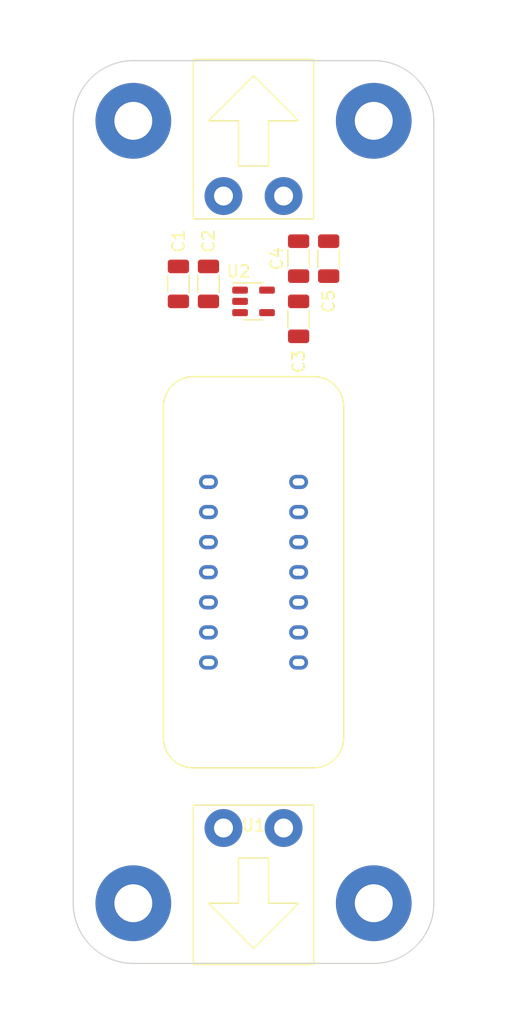
<source format=kicad_pcb>
(kicad_pcb (version 20221018) (generator pcbnew)
  (layers (0 "F.Cu" signal) (31 "B.Cu" signal) (34 "B.Paste" user) (35 "F.Paste" user) (36 "B.SilkS" user "B.Silkscreen") (37 "F.SilkS" user "F.Silkscreen") (38 "B.Mask" user) (39 "F.Mask" user) (44 "Edge.Cuts" user))
  (net 0 "")
  (net 1 "/VIN")
  (net 2 "GNDREF")
  (net 3 "Net-(U2-BP)")
  (net 4 "/VOUT")
  (net 5 "/SIGNAL")
  (footprint "Customer_Connector:TestSocket_DIP-14" (layer "F.Cu") (at 88.9 66.04)
    (fp_text reference "U1" (at 0 21.36 unlocked) (layer "F.SilkS"))
    (fp_text value "DIP-14")
    (fp_line (start -7.62 13.97) (end -7.62 -13.97) (stroke (width 0.12)) (layer "F.SilkS"))
    (fp_line (start -5.08 -16.51) (end 5.08 -16.51) (stroke (width 0.12)) (layer "F.SilkS"))
    (fp_line (start 5.08 16.51) (end -5.08 16.51) (stroke (width 0.12)) (layer "F.SilkS"))
    (fp_line (start 7.62 -13.97) (end 7.62 13.97) (stroke (width 0.12)) (layer "F.SilkS"))
    (fp_arc (start -7.62 -13.97) (mid -6.876051 -15.766051) (end -5.08 -16.51) (stroke (width 0.12)) (layer "F.SilkS"))
    (fp_arc (start -5.08 16.51) (mid -6.876051 15.766051) (end -7.62 13.97) (stroke (width 0.12)) (layer "F.SilkS"))
    (fp_arc (start 5.08 -16.51) (mid 6.876051 -15.766051) (end 7.62 -13.97) (stroke (width 0.12)) (layer "F.SilkS"))
    (fp_arc (start 7.62 13.97) (mid 6.876051 15.766051) (end 5.08 16.51) (stroke (width 0.12)) (layer "F.SilkS"))
    (pad "1" thru_hole oval (at -3.81 -7.62) (size 1.6 1.2) (drill oval 1 0.6) (layers "*.Cu" "*.Mask") (net 4 "/VOUT"))
    (pad "2" thru_hole oval (at -3.81 -5.08) (size 1.6 1.2) (drill oval 1 0.6) (layers "*.Cu" "*.Mask"))
    (pad "3" thru_hole oval (at -3.81 -2.54) (size 1.6 1.2) (drill oval 1 0.6) (layers "*.Cu" "*.Mask"))
    (pad "4" thru_hole oval (at -3.81 0) (size 1.6 1.2) (drill oval 1 0.6) (layers "*.Cu" "*.Mask"))
    (pad "5" thru_hole oval (at -3.81 2.54) (size 1.6 1.2) (drill oval 1 0.6) (layers "*.Cu" "*.Mask"))
    (pad "6" thru_hole oval (at -3.81 5.08) (size 1.6 1.2) (drill oval 1 0.6) (layers "*.Cu" "*.Mask"))
    (pad "7" thru_hole oval (at -3.81 7.62) (size 1.6 1.2) (drill oval 1 0.6) (layers "*.Cu" "*.Mask") (net 2 "GNDREF"))
    (pad "8" thru_hole oval (at 3.81 7.62) (size 1.6 1.2) (drill oval 1 0.6) (layers "*.Cu" "*.Mask") (net 5 "/SIGNAL"))
    (pad "9" thru_hole oval (at 3.81 5.08) (size 1.6 1.2) (drill oval 1 0.6) (layers "*.Cu" "*.Mask"))
    (pad "10" thru_hole oval (at 3.81 2.54) (size 1.6 1.2) (drill oval 1 0.6) (layers "*.Cu" "*.Mask"))
    (pad "11" thru_hole oval (at 3.81 0) (size 1.6 1.2) (drill oval 1 0.6) (layers "*.Cu" "*.Mask"))
    (pad "12" thru_hole oval (at 3.81 -2.54) (size 1.6 1.2) (drill oval 1 0.6) (layers "*.Cu" "*.Mask"))
    (pad "13" thru_hole oval (at 3.81 -5.08) (size 1.6 1.2) (drill oval 1 0.6) (layers "*.Cu" "*.Mask"))
    (pad "14" thru_hole oval (at 3.81 -7.62) (size 1.6 1.2) (drill oval 1 0.6) (layers "*.Cu" "*.Mask") (net 4 "/VOUT"))
  )
  (footprint "Capacitor_SMD:C_1206_3216Metric" (layer "F.Cu") (at 82.55 41.705 -90)
    (fp_text reference "C1" (at -3.605 0 90) (layer "F.SilkS"))
    (fp_text value "4.7uF 50V 1206 X7R")
    (fp_line (start -0.711252 -0.91) (end 0.711252 -0.91) (stroke (width 0.12)) (layer "F.SilkS"))
    (fp_line (start -0.711252 0.91) (end 0.711252 0.91) (stroke (width 0.12)) (layer "F.SilkS"))
    (pad "1" smd roundrect (at -1.475 0 270) (size 1.15 1.8) (layers "F.Cu" "F.Paste" "F.Mask") (roundrect_rratio 0.217391) (net 1 "/VIN"))
    (pad "2" smd roundrect (at 1.475 0 270) (size 1.15 1.8) (layers "F.Cu" "F.Paste" "F.Mask") (roundrect_rratio 0.217391) (net 2 "GNDREF"))
  )
  (footprint "MountingHole:MountingHole_3.2mm_M3_Pad" (layer "F.Cu") (at 78.74 93.98)
    (fp_text reference "REF**" hide)
    (fp_text value "MountingHole_3.2mm_M3_Pad")
    (pad "1" thru_hole circle (at 0 0) (size 6.4 6.4) (drill 3.2) (layers "*.Cu" "*.Mask"))
  )
  (footprint "Customer_Connector:2EDG-5.08mm_2P_Horizontal" (layer "F.Cu") (at 88.9 87.63)
    (fp_text reference "J2" hide)
    (fp_text value "Signal_Output")
    (fp_line (start -3.81 6.35) (end -1.27 6.35) (stroke (width 0.12)) (layer "F.SilkS"))
    (fp_line (start -1.27 2.54) (end 1.27 2.54) (stroke (width 0.12)) (layer "F.SilkS"))
    (fp_line (start -1.27 6.35) (end -1.27 2.54) (stroke (width 0.12)) (layer "F.SilkS"))
    (fp_line (start 0 10.16) (end -3.81 6.35) (stroke (width 0.12)) (layer "F.SilkS"))
    (fp_line (start 1.27 2.54) (end 1.27 6.35) (stroke (width 0.12)) (layer "F.SilkS"))
    (fp_line (start 1.27 6.35) (end 3.81 6.35) (stroke (width 0.12)) (layer "F.SilkS"))
    (fp_line (start 3.81 6.35) (end 0 10.16) (stroke (width 0.12)) (layer "F.SilkS"))
    (fp_rect (start -5.08 -1.935) (end 5.08 11.535) (stroke (width 0.12)) (fill none) (layer "F.SilkS"))
    (pad "1" thru_hole circle (at -2.54 0) (size 3.2 3.2) (drill 1.6) (layers "*.Cu" "*.Mask") (net 2 "GNDREF"))
    (pad "2" thru_hole circle (at 2.54 0) (size 3.2 3.2) (drill 1.6) (layers "*.Cu" "*.Mask") (net 5 "/SIGNAL"))
  )
  (footprint "Package_TO_SOT_SMD:SOT-23-5" (layer "F.Cu") (at 88.9 43.18)
    (fp_text reference "U2" (at -1.27 -2.54) (layer "F.SilkS"))
    (fp_text value "LP2985-3.3")
    (fp_line (start 0 -1.56) (end -1.8 -1.56) (stroke (width 0.12)) (layer "F.SilkS"))
    (fp_line (start 0 -1.56) (end 0.8 -1.56) (stroke (width 0.12)) (layer "F.SilkS"))
    (fp_line (start 0 1.56) (end -0.8 1.56) (stroke (width 0.12)) (layer "F.SilkS"))
    (fp_line (start 0 1.56) (end 0.8 1.56) (stroke (width 0.12)) (layer "F.SilkS"))
    (pad "1" smd roundrect (at -1.1375 -0.95) (size 1.325 0.6) (layers "F.Cu" "F.Paste" "F.Mask") (net 1 "/VIN"))
    (pad "2" smd roundrect (at -1.1375 0) (size 1.325 0.6) (layers "F.Cu" "F.Paste" "F.Mask") (net 2 "GNDREF"))
    (pad "3" smd roundrect (at -1.1375 0.95) (size 1.325 0.6) (layers "F.Cu" "F.Paste" "F.Mask") (net 1 "/VIN"))
    (pad "4" smd roundrect (at 1.1375 0.95) (size 1.325 0.6) (layers "F.Cu" "F.Paste" "F.Mask") (net 3 "Net-(U2-BP)"))
    (pad "5" smd roundrect (at 1.1375 -0.95) (size 1.325 0.6) (layers "F.Cu" "F.Paste" "F.Mask") (net 4 "/VOUT"))
  )
  (footprint "Customer_Connector:2EDG-5.08mm_2P_Horizontal" (layer "F.Cu") (at 88.9 34.29 180)
    (fp_text reference "J1" hide)
    (fp_text value "Power_Input")
    (fp_line (start -3.81 6.35) (end -1.27 6.35) (stroke (width 0.12)) (layer "F.SilkS"))
    (fp_line (start -1.27 2.54) (end 1.27 2.54) (stroke (width 0.12)) (layer "F.SilkS"))
    (fp_line (start -1.27 6.35) (end -1.27 2.54) (stroke (width 0.12)) (layer "F.SilkS"))
    (fp_line (start 0 10.16) (end -3.81 6.35) (stroke (width 0.12)) (layer "F.SilkS"))
    (fp_line (start 1.27 2.54) (end 1.27 6.35) (stroke (width 0.12)) (layer "F.SilkS"))
    (fp_line (start 1.27 6.35) (end 3.81 6.35) (stroke (width 0.12)) (layer "F.SilkS"))
    (fp_line (start 3.81 6.35) (end 0 10.16) (stroke (width 0.12)) (layer "F.SilkS"))
    (fp_rect (start -5.08 -1.935) (end 5.08 11.535) (stroke (width 0.12)) (fill none) (layer "F.SilkS"))
    (pad "1" thru_hole circle (at -2.54 0 180) (size 3.2 3.2) (drill 1.6) (layers "*.Cu" "*.Mask") (net 2 "GNDREF"))
    (pad "2" thru_hole circle (at 2.54 0 180) (size 3.2 3.2) (drill 1.6) (layers "*.Cu" "*.Mask") (net 1 "/VIN"))
  )
  (footprint "MountingHole:MountingHole_3.2mm_M3_Pad" (layer "F.Cu") (at 99.06 27.94)
    (fp_text reference "REF**" hide)
    (fp_text value "MountingHole_3.2mm_M3_Pad")
    (pad "1" thru_hole circle (at 0 0) (size 6.4 6.4) (drill 3.2) (layers "*.Cu" "*.Mask"))
  )
  (footprint "Capacitor_SMD:C_1206_3216Metric" (layer "F.Cu") (at 95.25 39.575 90)
    (fp_text reference "C5" (at -3.605 0 90) (layer "F.SilkS"))
    (fp_text value "100nF 50V 1206 X7R")
    (fp_line (start -0.711252 -0.91) (end 0.711252 -0.91) (stroke (width 0.12)) (layer "F.SilkS"))
    (fp_line (start -0.711252 0.91) (end 0.711252 0.91) (stroke (width 0.12)) (layer "F.SilkS"))
    (pad "1" smd roundrect (at -1.475 0 90) (size 1.15 1.8) (layers "F.Cu" "F.Paste" "F.Mask") (roundrect_rratio 0.217391) (net 4 "/VOUT"))
    (pad "2" smd roundrect (at 1.475 0 90) (size 1.15 1.8) (layers "F.Cu" "F.Paste" "F.Mask") (roundrect_rratio 0.217391) (net 2 "GNDREF"))
  )
  (footprint "MountingHole:MountingHole_3.2mm_M3_Pad" (layer "F.Cu") (at 99.06 93.98)
    (fp_text reference "REF**" hide)
    (fp_text value "MountingHole_3.2mm_M3_Pad")
    (pad "1" thru_hole circle (at 0 0) (size 6.4 6.4) (drill 3.2) (layers "*.Cu" "*.Mask"))
  )
  (footprint "MountingHole:MountingHole_3.2mm_M3_Pad" (layer "F.Cu") (at 78.74 27.94)
    (fp_text reference "REF**" hide)
    (fp_text value "MountingHole_3.2mm_M3_Pad")
    (pad "1" thru_hole circle (at 0 0) (size 6.4 6.4) (drill 3.2) (layers "*.Cu" "*.Mask"))
  )
  (footprint "Capacitor_SMD:C_1206_3216Metric" (layer "F.Cu") (at 92.71 39.575 90)
    (fp_text reference "C4" (at 0 -1.85 90) (layer "F.SilkS"))
    (fp_text value "4.7uF 50V 1206 X7R")
    (fp_line (start -0.711252 -0.91) (end 0.711252 -0.91) (stroke (width 0.12)) (layer "F.SilkS"))
    (fp_line (start -0.711252 0.91) (end 0.711252 0.91) (stroke (width 0.12)) (layer "F.SilkS"))
    (pad "1" smd roundrect (at -1.475 0 90) (size 1.15 1.8) (layers "F.Cu" "F.Paste" "F.Mask") (roundrect_rratio 0.217391) (net 4 "/VOUT"))
    (pad "2" smd roundrect (at 1.475 0 90) (size 1.15 1.8) (layers "F.Cu" "F.Paste" "F.Mask") (roundrect_rratio 0.217391) (net 2 "GNDREF"))
  )
  (footprint "Capacitor_SMD:C_1206_3216Metric" (layer "F.Cu") (at 85.09 41.705 -90)
    (fp_text reference "C2" (at -3.605 0 90) (layer "F.SilkS"))
    (fp_text value "100nF 50V 1206 X7R")
    (fp_line (start -0.711252 -0.91) (end 0.711252 -0.91) (stroke (width 0.12)) (layer "F.SilkS"))
    (fp_line (start -0.711252 0.91) (end 0.711252 0.91) (stroke (width 0.12)) (layer "F.SilkS"))
    (pad "1" smd roundrect (at -1.475 0 270) (size 1.15 1.8) (layers "F.Cu" "F.Paste" "F.Mask") (roundrect_rratio 0.217391) (net 1 "/VIN"))
    (pad "2" smd roundrect (at 1.475 0 270) (size 1.15 1.8) (layers "F.Cu" "F.Paste" "F.Mask") (roundrect_rratio 0.217391) (net 2 "GNDREF"))
  )
  (footprint "Capacitor_SMD:C_1206_3216Metric" (layer "F.Cu") (at 92.71 44.655 90)
    (fp_text reference "C3" (at -3.605 0 90) (layer "F.SilkS"))
    (fp_text value "10nF 50V 1206 X7R")
    (fp_line (start -0.711252 -0.91) (end 0.711252 -0.91) (stroke (width 0.12)) (layer "F.SilkS"))
    (fp_line (start -0.711252 0.91) (end 0.711252 0.91) (stroke (width 0.12)) (layer "F.SilkS"))
    (pad "1" smd roundrect (at -1.475 0 90) (size 1.15 1.8) (layers "F.Cu" "F.Paste" "F.Mask") (roundrect_rratio 0.217391) (net 3 "Net-(U2-BP)"))
    (pad "2" smd roundrect (at 1.475 0 90) (size 1.15 1.8) (layers "F.Cu" "F.Paste" "F.Mask") (roundrect_rratio 0.217391) (net 2 "GNDREF"))
  )
  (gr_line (start 99.06 99.06) (end 78.74 99.06) (stroke (width 0.1)) (layer "Edge.Cuts"))
  (gr_arc (start 73.66 27.94) (mid 75.147898 24.347898) (end 78.74 22.86) (stroke (width 0.1)) (layer "Edge.Cuts"))
  (gr_arc (start 99.06 22.86) (mid 102.652102 24.347898) (end 104.14 27.94) (stroke (width 0.1)) (layer "Edge.Cuts"))
  (gr_arc (start 78.74 99.06) (mid 75.147898 97.572102) (end 73.66 93.98) (stroke (width 0.1)) (layer "Edge.Cuts"))
  (gr_line (start 104.14 27.94) (end 104.14 93.98) (stroke (width 0.1)) (layer "Edge.Cuts"))
  (gr_line (start 73.66 93.98) (end 73.66 27.94) (stroke (width 0.1)) (layer "Edge.Cuts"))
  (gr_arc (start 104.14 93.98) (mid 102.652102 97.572102) (end 99.06 99.06) (stroke (width 0.1)) (layer "Edge.Cuts"))
  (gr_line (start 78.74 22.86) (end 99.06 22.86) (stroke (width 0.1)) (layer "Edge.Cuts"))
)
</source>
